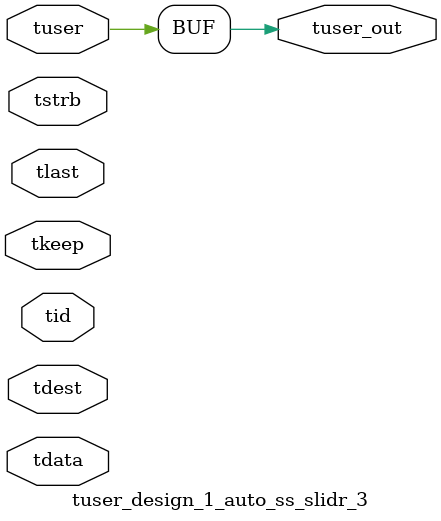
<source format=v>


`timescale 1ps/1ps

module tuser_design_1_auto_ss_slidr_3 #
(
parameter C_S_AXIS_TUSER_WIDTH = 1,
parameter C_S_AXIS_TDATA_WIDTH = 32,
parameter C_S_AXIS_TID_WIDTH   = 0,
parameter C_S_AXIS_TDEST_WIDTH = 0,
parameter C_M_AXIS_TUSER_WIDTH = 1
)
(
input  [(C_S_AXIS_TUSER_WIDTH == 0 ? 1 : C_S_AXIS_TUSER_WIDTH)-1:0     ] tuser,
input  [(C_S_AXIS_TDATA_WIDTH == 0 ? 1 : C_S_AXIS_TDATA_WIDTH)-1:0     ] tdata,
input  [(C_S_AXIS_TID_WIDTH   == 0 ? 1 : C_S_AXIS_TID_WIDTH)-1:0       ] tid,
input  [(C_S_AXIS_TDEST_WIDTH == 0 ? 1 : C_S_AXIS_TDEST_WIDTH)-1:0     ] tdest,
input  [(C_S_AXIS_TDATA_WIDTH/8)-1:0 ] tkeep,
input  [(C_S_AXIS_TDATA_WIDTH/8)-1:0 ] tstrb,
input                                                                    tlast,
output [C_M_AXIS_TUSER_WIDTH-1:0] tuser_out
);

assign tuser_out = {tuser[0:0]};

endmodule


</source>
